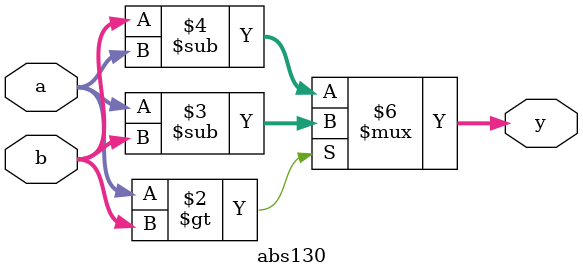
<source format=v>
module abs130(a, b, y);

parameter WIDTH = 130;

input [WIDTH-1:0] a, b;
output reg [WIDTH-1:0] y;

always @(*)
begin
    if (a > b)
        y = a - b;
    else
        y = b - a;
end

endmodule

</source>
